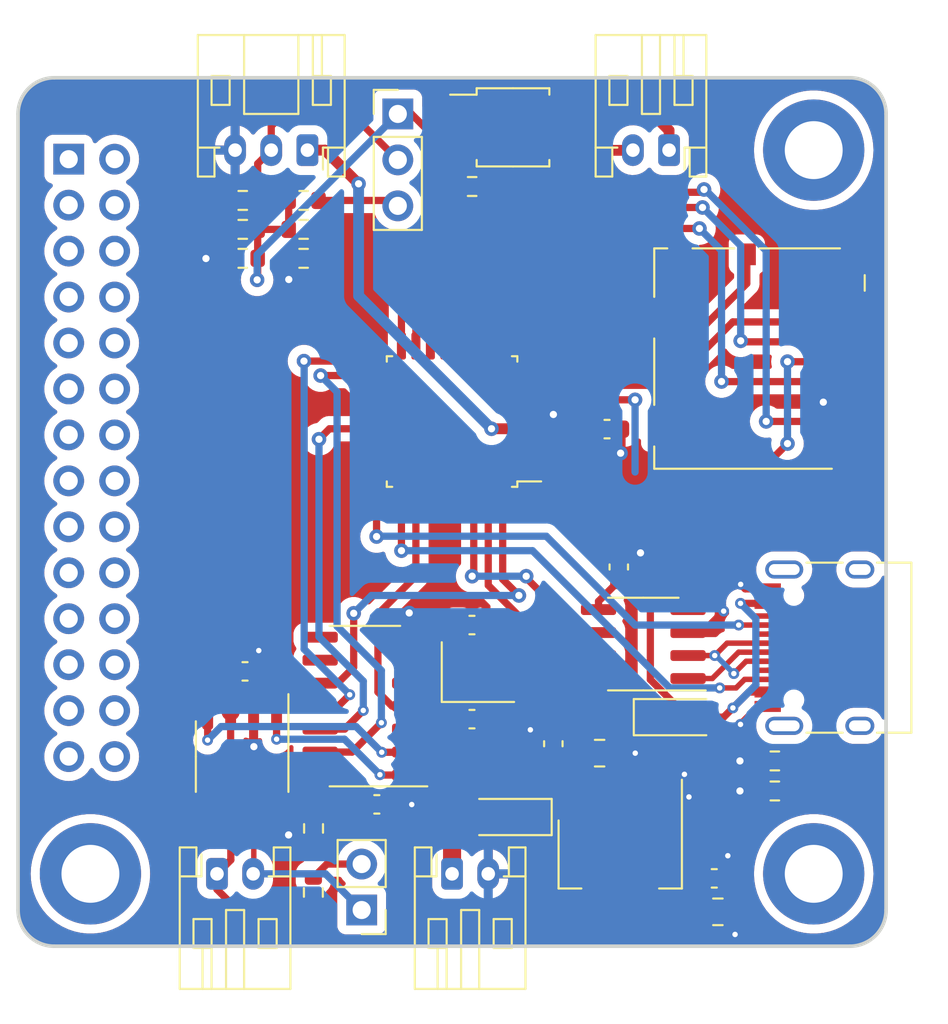
<source format=kicad_pcb>
(kicad_pcb (version 20221018) (generator pcbnew)
  (layers (0 "F.Cu" signal) (31 "B.Cu" signal) (34 "B.Paste" user) (35 "F.Paste" user) (36 "B.SilkS" user "B.Silkscreen") (37 "F.SilkS" user "F.Silkscreen") (38 "B.Mask" user) (39 "F.Mask" user) (44 "Edge.Cuts" user))
  (net 0 "")
  (net 1 "/PC14")
  (net 2 "/PC15")
  (net 3 "+3V3")
  (net 4 "GND")
  (net 5 "/~{NRST}")
  (net 6 "/CanBus/OSC_OUT")
  (net 7 "/CanBus/OSC_IN")
  (net 8 "Net-(D401-A)")
  (net 9 "Net-(J201-Pin_2)")
  (net 10 "VCC")
  (net 11 "VBUS")
  (net 12 "/1JIO/A1_DIV-12V")
  (net 13 "/1JIO/A1_DIV-05V")
  (net 14 "/1JIO/SSR-IN")
  (net 15 "/1JIO/SSR-OUT")
  (net 16 "Net-(U201-Rs)")
  (net 17 "/CAN_+")
  (net 18 "/PB7")
  (net 19 "/CanBus/CAN_TX")
  (net 20 "/CanBus/CAN_RX")
  (net 24 "/PB2")
  (net 25 "/PB8")
  (net 26 "/PA10")
  (net 28 "/PA0")
  (net 29 "/CAN_-")
  (net 30 "/ANA_1")
  (net 31 "Net-(J407-CC1)")
  (net 32 "/1JIO/USB_D+")
  (net 33 "/1JIO/USB_D-")
  (net 34 "/PA13")
  (net 35 "Net-(J407-CC2)")
  (net 36 "/PA14")
  (net 38 "Net-(R401-Pad2)")
  (net 39 "Net-(R405-Pad2)")
  (net 40 "/DO_SSR")
  (net 41 "Net-(R407-Pad2)")
  (net 42 "/I2C1_SDA")
  (net 43 "/PA2")
  (net 44 "/PA3")
  (net 45 "/CAN_CS1")
  (net 46 "/PA5")
  (net 47 "/PA6")
  (net 48 "/PA7")
  (net 49 "/I2C1_SCL")
  (net 50 "/PC6")
  (net 51 "/I2C2_SDA")
  (net 52 "/I2C2_SCL")
  (net 53 "/PA15")
  (net 54 "/PB4")
  (net 55 "/PB6")
  (net 56 "/CanBus/~{INT1}")
  (net 57 "/CanBus/~{INT0}")
  (net 60 "/PA4")
  (net 61 "/PB5")
  (net 62 "/PA1")
  (net 63 "/PB3")
  (footprint "Capacitor_SMD:C_0603_1608Metric" (layer "F.Cu") (at 108.57 95.42)
    (fp_text reference "C101" hide)
    (fp_text value "100n")
  )
  (footprint "Crystal:Crystal_SMD_3225-4Pin_3.2x2.5mm" (layer "F.Cu") (at 101.43 108.85)
    (fp_text reference "Y201" hide)
    (fp_text value "40MHz")
  )
  (footprint "Capacitor_SMD:C_0603_1608Metric" (layer "F.Cu") (at 95.84 116.16)
    (fp_text reference "C201" hide)
    (fp_text value "100n")
  )
  (footprint "Package_SO:SOIC-8_3.9x4.9mm_P1.27mm" (layer "F.Cu") (at 110.575 107.3 180)
    (fp_text reference "U402" hide)
    (fp_text value "CH340N")
  )
  (footprint "Resistor_SMD:R_0603_1608Metric" (layer "F.Cu") (at 117.85 115.42 180)
    (fp_text reference "R409" hide)
    (fp_text value "5.1k")
  )
  (footprint "NVF-Kicad:48x48 Module" (layer "F.Cu") (at 100 100 -90)
    (fp_text reference "REF**" hide)
    (fp_text value "48x48 Module" hide)
    (fp_line (start -24 22) (end -24 -22) (stroke (width 0.2)) (layer "Edge.Cuts"))
    (fp_line (start -22 -24) (end 22 -24) (stroke (width 0.2)) (layer "Edge.Cuts"))
    (fp_line (start 22 24) (end -22 24) (stroke (width 0.2)) (layer "Edge.Cuts"))
    (fp_line (start 24 22) (end 24 -22) (stroke (width 0.2)) (layer "Edge.Cuts"))
    (fp_arc (start -24 -22) (mid -23.414214 -23.414214) (end -22 -24) (stroke (width 0.2)) (layer "Edge.Cuts"))
    (fp_arc (start -22 24) (mid -23.414214 23.414214) (end -24 22) (stroke (width 0.2)) (layer "Edge.Cuts"))
    (fp_arc (start 22 -24) (mid 23.414214 -23.414214) (end 24 -22) (stroke (width 0.2)) (layer "Edge.Cuts"))
    (fp_arc (start 24 22) (mid 23.414214 23.414214) (end 22 24) (stroke (width 0.2)) (layer "Edge.Cuts"))
  )
  (footprint "Resistor_SMD:R_0603_1608Metric" (layer "F.Cu") (at 88.425 85.98)
    (fp_text reference "R403" hide)
    (fp_text value "5.1k")
  )
  (footprint "Diode_SMD:D_SOD-123" (layer "F.Cu") (at 103.15 116.86 180)
    (fp_text reference "D401" hide)
    (fp_text value "B5819W")
  )
  (footprint "Resistor_SMD:R_0603_1608Metric" (layer "F.Cu") (at 88.425 84.38)
    (fp_text reference "R402" hide)
    (fp_text value "5.1k")
  )
  (footprint "Connector_USB:USB_C_Receptacle_HRO_TYPE-C-31-M-12" (layer "F.Cu") (at 121.5 107.5 90)
    (fp_text reference "J407" hide)
    (fp_text value "USB C")
  )
  (footprint "Package_SO:SOIC-14_3.9x8.7mm_P1.27mm" (layer "F.Cu") (at 95.18 110.73 180)
    (fp_text reference "U202" hide)
    (fp_text value "MCP2518FD")
  )
  (footprint "Connector_Card:microSD_HC_Molex_104031-0811" (layer "F.Cu") (at 117 91.5 -90)
    (fp_text reference "J301" hide)
    (fp_text value "GT-TF003-H0185-02")
  )
  (footprint "Connector_JST:JST_PH_S2B-PH-K_1x02_P2.00mm_Horizontal" (layer "F.Cu") (at 87 120)
    (fp_text reference "J402" hide)
    (fp_text value "CAN")
  )
  (footprint "Capacitor_SMD:C_0805_2012Metric" (layer "F.Cu") (at 108.16 113.33)
    (fp_text reference "C102" hide)
    (fp_text value "1uF")
  )
  (footprint "Resistor_SMD:R_0603_1608Metric" (layer "F.Cu") (at 101.11 82.01)
    (fp_text reference "R407" hide)
    (fp_text value "330")
  )
  (footprint "Capacitor_SMD:C_0603_1608Metric" (layer "F.Cu") (at 109.22 103.04 90)
    (fp_text reference "C401" hide)
    (fp_text value "100n")
  )
  (footprint "Resistor_SMD:R_0603_1608Metric" (layer "F.Cu") (at 91.79 84.38 180)
    (fp_text reference "R406" hide)
    (fp_text value "5.1k")
  )
  (footprint "Resistor_SMD:R_0603_1608Metric" (layer "F.Cu") (at 91.79 82.78 180)
    (fp_text reference "R404" hide)
    (fp_text value "5.1k")
  )
  (footprint "Diode_SMD:D_SOD-123" (layer "F.Cu") (at 112.41 111.34)
    (fp_text reference "D402" hide)
    (fp_text value "B5819W")
  )
  (footprint "Resistor_SMD:R_0603_1608Metric" (layer "F.Cu") (at 92.34 117.49 90)
    (fp_text reference "R201" hide)
    (fp_text value "10k")
  )
  (footprint "Capacitor_SMD:C_0603_1608Metric" (layer "F.Cu") (at 101.1 106.25)
    (fp_text reference "C204" hide)
    (fp_text value "10p")
  )
  (footprint "Capacitor_SMD:C_0603_1608Metric" (layer "F.Cu") (at 114.5 120.25)
    (fp_text reference "C105" hide)
    (fp_text value "100n")
  )
  (footprint "Capacitor_SMD:C_0603_1608Metric" (layer "F.Cu") (at 105.6 112.81 90)
    (fp_text reference "C103" hide)
    (fp_text value "100n")
  )
  (footprint "Resistor_SMD:R_0603_1608Metric" (layer "F.Cu") (at 92.33 121.03 -90)
    (fp_text reference "R202" hide)
    (fp_text value "120")
  )
  (footprint "Package_QFP:LQFP-32_7x7mm_P0.8mm" (layer "F.Cu") (at 100 95 180)
    (fp_text reference "U101" hide)
    (fp_text value "STM32G030K6Tx")
  )
  (footprint "Resistor_SMD:R_0603_1608Metric" (layer "F.Cu") (at 88.425 82.78 180)
    (fp_text reference "R401" hide)
    (fp_text value "10k")
  )
  (footprint "Connector_PinHeader_2.54mm:PinHeader_1x02_P2.54mm_Vertical" (layer "F.Cu") (at 95 122 180)
    (fp_text reference "J201" hide)
    (fp_text value "TERM")
  )
  (footprint "Resistor_SMD:R_0603_1608Metric" (layer "F.Cu") (at 117.85 113.76 180)
    (fp_text reference "R408" hide)
    (fp_text value "5.1k")
  )
  (footprint "Connector_PinHeader_2.54mm:PinHeader_1x03_P2.54mm_Vertical" (layer "F.Cu") (at 97 78)
    (fp_text reference "J406" hide)
    (fp_text value "A1-SEL")
  )
  (footprint "Connector_JST:JST_PH_S2B-PH-K_1x02_P2.00mm_Horizontal" (layer "F.Cu") (at 112 80 180)
    (fp_text reference "J401" hide)
    (fp_text value "SSR")
  )
  (footprint "Connector_JST:JST_PH_S3B-PH-K_1x03_P2.00mm_Horizontal" (layer "F.Cu") (at 92 80 180)
    (fp_text reference "J403" hide)
    (fp_text value "ANA")
  )
  (footprint "Capacitor_SMD:C_0805_2012Metric" (layer "F.Cu") (at 114.7 122.1)
    (fp_text reference "C104" hide)
    (fp_text value "1uF")
  )
  (footprint "Resistor_SMD:R_0603_1608Metric" (layer "F.Cu") (at 91.79 85.98)
    (fp_text reference "R405" hide)
    (fp_text value "10k")
  )
  (footprint "Capacitor_SMD:C_0603_1608Metric" (layer "F.Cu") (at 101.1 111.45)
    (fp_text reference "C203" hide)
    (fp_text value "10p")
  )
  (footprint "Connector_JST:JST_PH_S2B-PH-K_1x02_P2.00mm_Horizontal" (layer "F.Cu") (at 100 120)
    (fp_text reference "J404" hide)
    (fp_text value "PWR")
  )
  (footprint "Package_SO:SOIC-8_3.9x4.9mm_P1.27mm" (layer "F.Cu") (at 88.39 113.52 -90)
    (fp_text reference "U201" hide)
    (fp_text value "SN65HVD230")
  )
  (footprint "Package_TO_SOT_SMD:SOT-223-3_TabPin2" (layer "F.Cu") (at 109.3 118.9 -90)
    (fp_text reference "U102" hide)
    (fp_text value "AMS1117-3.3")
  )
  (footprint "Package_SO:SOP-4_3.8x4.1mm_P2.54mm" (layer "F.Cu") (at 103.37 78.74)
    (fp_text reference "U401" hide)
    (fp_text value "KAQY214")
  )
  (footprint "Capacitor_SMD:C_0603_1608Metric" (layer "F.Cu") (at 88.55 108.81)
    (fp_text reference "C202" hide)
    (fp_text value "100n")
  )
  (segment (start 92 80) (end 92.97 80) (width 0.6) (layer "F.Cu") (net 3))
  (segment (start 87.755 113.195) (end 89.1 114.54) (width 0.4) (layer "F.Cu") (net 3))
  (segment (start 87.755 111.045) (end 87.755 113.195) (width 0.4) (layer "F.Cu") (net 3))
  (segment (start 110.965 109.265) (end 110.965 103.805) (width 0.4) (layer "F.Cu") (net 3))
  (segment (start 97.14 120.83) (end 98.36 122.05) (width 0.4) (layer "F.Cu") (net 3))
  (segment (start 112.35 110.65) (end 110.965 109.265) (width 0.4) (layer "F.Cu") (net 3))
  (segment (start 117.295 97.475) (end 110.965 103.805) (width 0.4) (layer "F.Cu") (net 3))
  (segment (start 104.195 95.42) (end 104.175 95.4) (width 0.4) (layer "F.Cu") (net 3))
  (segment (start 89.1 114.54) (end 92.705 114.54) (width 0.4) (layer "F.Cu") (net 3))
  (segment (start 95.065 117.015) (end 97.14 119.09) (width 0.4) (layer "F.Cu") (net 3))
  (segment (start 98.36 122.05) (end 109.3 122.05) (width 0.4) (layer "F.Cu") (net 3))
  (segment (start 109.23 103.805) (end 109.22 103.815) (width 0.4) (layer "F.Cu") (net 3))
  (segment (start 102.18 95.4) (end 104.175 95.4) (width 0.6) (layer "F.Cu") (net 3))
  (segment (start 87.755 111.045) (end 87.755 108.83) (width 1) (layer "F.Cu") (net 3))
  (segment (start 118.55 96.22) (end 117.295 97.475) (width 0.4) (layer "F.Cu") (net 3))
  (segment (start 87.755 108.83) (end 87.775 108.81) (width 1) (layer "F.Cu") (net 3))
  (segment (start 107.795 95.42) (end 104.195 95.42) (width 0.4) (layer "F.Cu") (net 3))
  (segment (start 112.35 112.33) (end 112.35 110.65) (width 0.4) (layer "F.Cu") (net 3))
  (segment (start 95.065 116.16) (end 95.065 117.015) (width 0.4) (layer "F.Cu") (net 3))
  (segment (start 107.795 102.39) (end 109.22 103.815) (width 0.4) (layer "F.Cu") (net 3))
  (segment (start 108.1 104.935) (end 109.22 103.815) (width 0.4) (layer "F.Cu") (net 3))
  (segment (start 108.1 105.395) (end 108.1 104.935) (width 0.4) (layer "F.Cu") (net 3))
  (segment (start 107.795 95.42) (end 107.795 102.39) (width 0.4) (layer "F.Cu") (net 3))
  (segment (start 97.14 119.09) (end 97.14 120.83) (width 0.4) (layer "F.Cu") (net 3))
  (segment (start 92.705 114.54) (end 94.33 114.54) (width 0.4) (layer "F.Cu") (net 3))
  (segment (start 94.33 114.54) (end 95.065 115.275) (width 0.4) (layer "F.Cu") (net 3))
  (segment (start 95.065 115.275) (end 95.065 116.16) (width 0.4) (layer "F.Cu") (net 3))
  (segment (start 110.965 103.805) (end 109.23 103.805) (width 0.4) (layer "F.Cu") (net 3))
  (segment (start 118.555 91.695) (end 122.45 91.695) (width 0.4) (layer "F.Cu") (net 3))
  (segment (start 109.3 115.75) (end 109.3 115.38) (width 0.4) (layer "F.Cu") (net 3))
  (segment (start 109.3 115.38) (end 112.35 112.33) (width 0.4) (layer "F.Cu") (net 3))
  (segment (start 92.97 80) (end 94.83 81.86) (width 0.6) (layer "F.Cu") (net 3))
  (segment (start 118.55 91.69) (end 118.555 91.695) (width 0.4) (layer "F.Cu") (net 3))
  (via (at 94.83 81.86) (size 0.8) (drill 0.4) (layers "F.Cu" "B.Cu") (net 3))
  (via (at 118.55 91.69) (size 0.8) (drill 0.4) (layers "F.Cu" "B.Cu") (net 3))
  (via (at 118.55 96.22) (size 0.8) (drill 0.4) (layers "F.Cu" "B.Cu") (net 3))
  (via (at 102.18 95.4) (size 0.8) (drill 0.4) (layers "F.Cu" "B.Cu") (net 3))
  (segment (start 94.83 81.86) (end 94.83 88.05) (width 0.6) (layer "B.Cu") (net 3))
  (segment (start 118.55 91.69) (end 118.55 96.22) (width 0.4) (layer "B.Cu") (net 3))
  (segment (start 94.83 88.05) (end 102.18 95.4) (width 0.6) (layer "B.Cu") (net 3))
  (segment (start 96.615 116.16) (end 97.76 116.16) (width 0.4) (layer "F.Cu") (net 4))
  (segment (start 89.325 108.81) (end 89.325 107.675) (width 0.4) (layer "F.Cu") (net 4))
  (segment (start 104.33 112.04) (end 105.595 112.04) (width 0.4) (layer "F.Cu") (net 4))
  (segment (start 89.025 111.045) (end 89.025 109.11) (width 0.4) (layer "F.Cu") (net 4))
  (segment (start 105.595 112.04) (end 105.6 112.035) (width 0.4) (layer "F.Cu") (net 4))
  (segment (start 109.345 95.42) (end 109.345 96.7255) (width 0.4) (layer "F.Cu") (net 4))
  (segment (start 113.835 106.665) (end 115.02 105.48) (width 0.4) (layer "F.Cu") (net 4))
  (segment (start 90.965 85.98) (end 90.965 87.145) (width 0.4) (layer "F.Cu") (net 4))
  (segment (start 105.59188 94.6) (end 104.175 94.6) (width 0.4) (layer "F.Cu") (net 4))
  (segment (start 86.4 85.98) (end 86.39 85.99) (width 0.4) (layer "F.Cu") (net 4))
  (segment (start 115.275 119.025) (end 115.25 119) (width 0.4) (layer "F.Cu") (net 4))
  (segment (start 117.025 115.42) (end 115.92 115.42) (width 0.4) (layer "F.Cu") (net 4))
  (segment (start 115.65 122.1) (end 115.65 123.35) (width 0.4) (layer "F.Cu") (net 4))
  (segment (start 92.34 118.315) (end 91.425 118.315) (width 0.4) (layer "F.Cu") (net 4))
  (segment (start 116.94 110.75) (end 115.95 111.74) (width 0.4) (layer "F.Cu") (net 4))
  (segment (start 90.965 87.145) (end 90.97 87.15) (width 0.4) (layer "F.Cu") (net 4))
  (segment (start 111.6 115.75) (end 113.1 115.75) (width 0.4) (layer "F.Cu") (net 4))
  (segment (start 91.425 118.315) (end 90.96 117.85) (width 0.4) (layer "F.Cu") (net 4))
  (segment (start 89.025 112.955) (end 89.04 112.97) (width 0.4) (layer "F.Cu") (net 4))
  (segment (start 117.455 104.25) (end 116.21 104.25) (width 0.4) (layer "F.Cu") (net 4))
  (segment (start 110.13 113.33) (end 109.11 113.33) (width 0.4) (layer "F.Cu") (net 4))
  (segment (start 89.025 111.045) (end 89.025 112.955) (width 0.4) (layer "F.Cu") (net 4))
  (segment (start 97.76 116.16) (end 97.77 116.17) (width 0.4) (layer "F.Cu") (net 4))
  (segment (start 116.21 104.25) (end 115.96 104) (width 0.4) (layer "F.Cu") (net 4))
  (segment (start 111.6 115.75) (end 112.85 114.5) (width 0.4) (layer "F.Cu") (net 4))
  (segment (start 122.45 93.895) (end 120.565 93.895) (width 0.4) (layer "F.Cu") (net 4))
  (segment (start 115.92 113.76) (end 117.025 113.76) (width 0.4) (layer "F.Cu") (net 4))
  (segment (start 109.22 102.265) (end 110.415 102.265) (width 0.4) (layer "F.Cu") (net 4))
  (segment (start 115.65 120.625) (end 115.275 120.25) (width 1) (layer "F.Cu") (net 4))
  (segment (start 97.655 106.92) (end 97.655 105.605) (width 0.4) (layer "F.Cu") (net 4))
  (segment (start 120.565 93.895) (end 120.53 93.93) (width 0.4) (layer "F.Cu") (net 4))
  (segment (start 113.05 106.665) (end 113.835 106.665) (width 0.4) (layer "F.Cu") (net 4))
  (segment (start 87.6 85.98) (end 86.4 85.98) (width 0.4) (layer "F.Cu") (net 4))
  (segment (start 89.325 107.675) (end 89.31 107.66) (width 0.4) (layer "F.Cu") (net 4))
  (segment (start 97.655 105.605) (end 97.63 105.58) (width 0.4) (layer "F.Cu") (net 4))
  (segment (start 115.65 122.1) (end 115.65 120.625) (width 1) (layer "F.Cu") (net 4))
  (segment (start 110.415 102.265) (end 110.42 102.26) (width 0.4) (layer "F.Cu") (net 4))
  (segment (start 109.345 96.7255) (end 109.3205 96.75) (width 0.4) (layer "F.Cu") (net 4))
  (segment (start 105.60238 94.6105) (end 105.59188 94.6) (width 0.4) (layer "F.Cu") (net 4))
  (segment (start 115.275 120.25) (end 115.275 119.025) (width 0.4) (layer "F.Cu") (net 4))
  (segment (start 117.455 110.75) (end 116.94 110.75) (width 0.4) (layer "F.Cu") (net 4))
  (segment (start 89.025 109.11) (end 89.325 108.81) (width 0.4) (layer "F.Cu") (net 4))
  (via (at 115.92 113.76) (size 0.8) (drill 0.4) (layers "F.Cu" "B.Cu") (net 4))
  (via (at 112.85 114.5) (size 0.6) (drill 0.3) (layers "F.Cu" "B.Cu") (net 4))
  (via (at 115.95 111.74) (size 0.6) (drill 0.3) (layers "F.Cu" "B.Cu") (net 4))
  (via (at 97.63 105.58) (size 0.8) (drill 0.4) (layers "F.Cu" "B.Cu") (net 4))
  (via (at 104.33 112.04) (size 0.6) (drill 0.3) (layers "F.Cu" "B.Cu") (net 4))
  (via (at 90.96 117.85) (size 0.8) (drill 0.4) (layers "F.Cu" "B.Cu") (net 4))
  (via (at 89.04 112.97) (size 0.8) (drill 0.4) (layers "F.Cu" "B.Cu") (net 4))
  (via (at 110.13 113.33) (size 0.6) (drill 0.3) (layers "F.Cu" "B.Cu") (net 4))
  (via (at 105.60238 94.6105) (size 0.8) (drill 0.4) (layers "F.Cu" "B.Cu") (net 4))
  (via (at 120.53 93.93) (size 0.8) (drill 0.4) (layers "F.Cu" "B.Cu") (net 4))
  (via (at 115.02 105.48) (size 0.6) (drill 0.3) (layers "F.Cu" "B.Cu") (net 4))
  (via (at 110.42 102.26) (size 0.8) (drill 0.4) (layers "F.Cu" "B.Cu") (net 4))
  (via (at 113.1 115.75) (size 0.6) (drill 0.3) (layers "F.Cu" "B.Cu") (net 4))
  (via (at 86.39 85.99) (size 0.8) (drill 0.4) (layers "F.Cu" "B.Cu") (net 4))
  (via (at 115.92 115.42) (size 0.8) (drill 0.4) (layers "F.Cu" "B.Cu") (net 4))
  (via (at 115.65 123.35) (size 0.6) (drill 0.3) (layers "F.Cu" "B.Cu") (net 4))
  (via (at 90.97 87.15) (size 0.8) (drill 0.4) (layers "F.Cu" "B.Cu") (net 4))
  (via (at 97.77 116.17) (size 0.6) (drill 0.3) (layers "F.Cu" "B.Cu") (net 4))
  (via (at 115.25 119) (size 0.6) (drill 0.3) (layers "F.Cu" "B.Cu") (net 4))
  (via (at 109.3205 96.75) (size 0.8) (drill 0.4) (layers "F.Cu" "B.Cu") (net 4))
  (via (at 89.31 107.66) (size 0.6) (drill 0.3) (layers "F.Cu" "B.Cu") (net 4))
  (via (at 115.96 104) (size 0.6) (drill 0.3) (layers "F.Cu" "B.Cu") (net 4))
  (segment (start 110.12 93.7995) (end 110.1195 93.8) (width 0.4) (layer "F.Cu") (net 5))
  (segment (start 110.1195 93.8) (end 104.175 93.8) (width 0.4) (layer "F.Cu") (net 5))
  (via (at 110.12 93.7995) (size 0.8) (drill 0.4) (layers "F.Cu" "B.Cu") (net 5))
  (segment (start 110.12 93.7995) (end 110.12 97.79) (width 0.4) (layer "B.Cu") (net 5))
  (segment (start 100.325 111.45) (end 100.325 109.705) (width 0.4) (layer "F.Cu") (net 6))
  (segment (start 100.09 109.46) (end 100.33 109.7) (width 0.4) (layer "F.Cu") (net 6))
  (segment (start 97.655 109.46) (end 100.09 109.46) (width 0.4) (layer "F.Cu") (net 6))
  (segment (start 100.325 109.705) (end 100.33 109.7) (width 0.4) (layer "F.Cu") (net 6))
  (segment (start 100.33 106.255) (end 100.325 106.25) (width 0.4) (layer "F.Cu") (net 7))
  (segment (start 100.14 108.19) (end 100.33 108) (width 0.4) (layer "F.Cu") (net 7))
  (segment (start 97.655 108.19) (end 100.14 108.19) (width 0.4) (layer "F.Cu") (net 7))
  (segment (start 100.33 108) (end 100.33 106.255) (width 0.4) (layer "F.Cu") (net 7))
  (segment (start 100 120) (end 100 118.36) (width 1) (layer "F.Cu") (net 8))
  (segment (start 100 118.36) (end 101.5 116.86) (width 1) (layer "F.Cu") (net 8))
  (segment (start 93.075 119.46) (end 92.33 120.205) (width 0.4) (layer "F.Cu") (net 9))
  (segment (start 95 119.46) (end 93.075 119.46) (width 0.4) (layer "F.Cu") (net 9))
  (segment (start 105.89 116.86) (end 107 115.75) (width 1) (layer "F.Cu") (net 10))
  (segment (start 110.76 111.34) (end 107.96 111.34) (width 1) (layer "F.Cu") (net 10))
  (segment (start 107.21 112.09) (end 107.21 113.33) (width 1) (layer "F.Cu") (net 10))
  (segment (start 107.96 111.34) (end 107.21 112.09) (width 1) (layer "F.Cu") (net 10))
  (segment (start 104.8 116.86) (end 105.89 116.86) (width 1) (layer "F.Cu") (net 10))
  (segment (start 117.455 109.95) (end 116.41 109.95) (width 0.4) (layer "F.Cu") (net 11))
  (segment (start 115.02 111.34) (end 115.53 110.83) (width 0.4) (layer "F.Cu") (net 11))
  (segment (start 114.06 111.34) (end 115.02 111.34) (width 0.4) (layer "F.Cu") (net 11))
  (segment (start 117.455 105.05) (end 115.95 105.05) (width 0.4) (layer "F.Cu") (net 11))
  (segment (start 116.41 109.95) (end 115.53 110.83) (width 0.4) (layer "F.Cu") (net 11))
  (via (at 115.53 110.83) (size 0.6) (drill 0.3) (layers "F.Cu" "B.Cu") (net 11))
  (via (at 115.95 105.05) (size 0.6) (drill 0.3) (layers "F.Cu" "B.Cu") (net 11))
  (segment (start 115.53 110.83) (end 116.8 109.56) (width 0.4) (layer "B.Cu") (net 11))
  (segment (start 116.8 109.56) (end 116.8 105.9) (width 0.4) (layer "B.Cu") (net 11))
  (segment (start 116.8 105.9) (end 115.95 105.05) (width 0.4) (layer "B.Cu") (net 11))
  (segment (start 89.25 80.75) (end 90 80) (width 0.4) (layer "F.Cu") (net 12))
  (segment (start 90 80) (end 90 78.67) (width 0.4) (layer "F.Cu") (net 12))
  (segment (start 94.32 77.86) (end 97 80.54) (width 0.4) (layer "F.Cu") (net 12))
  (segment (start 90.81 77.86) (end 94.32 77.86) (width 0.4) (layer "F.Cu") (net 12))
  (segment (start 90 78.67) (end 90.81 77.86) (width 0.4) (layer "F.Cu") (net 12))
  (segment (start 89.25 82.78) (end 89.25 80.75) (width 0.4) (layer "F.Cu") (net 12))
  (segment (start 92.615 82.78) (end 96.7 82.78) (width 0.4) (layer "F.Cu") (net 13))
  (segment (start 96.7 82.78) (end 97 83.08) (width 0.4) (layer "F.Cu") (net 13))
  (segment (start 106.12 77.47) (end 110.56 77.47) (width 0.6) (layer "F.Cu") (net 14))
  (segment (start 112 78.91) (end 112 80) (width 0.6) (layer "F.Cu") (net 14))
  (segment (start 110.56 77.47) (end 112 78.91) (width 0.6) (layer "F.Cu") (net 14))
  (segment (start 106.12 80.01) (end 109.99 80.01) (width 0.6) (layer "F.Cu") (net 15))
  (segment (start 109.99 80.01) (end 110 80) (width 0.6) (layer "F.Cu") (net 15))
  (segment (start 91.085 116.665) (end 92.34 116.665) (width 0.4) (layer "F.Cu") (net 16))
  (segment (start 90.415 115.995) (end 91.085 116.665) (width 0.4) (layer "F.Cu") (net 16))
  (segment (start 90.295 115.995) (end 90.415 115.995) (width 0.4) (layer "F.Cu") (net 16))
  (segment (start 89.035 119.385) (end 89.2 119.55) (width 0.3) (layer "F.Cu") (net 17))
  (segment (start 89.035 116.005) (end 89.035 119.385) (width 0.3) (layer "F.Cu") (net 17))
  (segment (start 89.025 115.995) (end 89.035 116.005) (width 0.3) (layer "F.Cu") (net 17))
  (segment (start 89 120) (end 93 120) (width 0.4) (layer "B.Cu") (net 17))
  (segment (start 93 120) (end 95 122) (width 0.4) (layer "B.Cu") (net 17))
  (segment (start 102 99.175) (end 102 104.05) (width 0.4) (layer "F.Cu") (net 18))
  (segment (start 102 104.05) (end 105.885 107.935) (width 0.4) (layer "F.Cu") (net 18))
  (segment (start 105.885 107.935) (end 108.1 107.935) (width 0.4) (layer "F.Cu") (net 18))
  (segment (start 97.655 114.54) (end 96.03 114.54) (width 0.4) (layer "F.Cu") (net 19))
  (segment (start 96.03 114.54) (end 96.01 114.52) (width 0.4) (layer "F.Cu") (net 19))
  (segment (start 90.295 112.5595) (end 90.295 111.045) (width 0.4) (layer "F.Cu") (net 19))
  (via (at 90.295 112.5595) (size 0.6) (drill 0.3) (layers "F.Cu" "B.Cu") (net 19))
  (via (at 96.01 114.52) (size 0.6) (drill 0.3) (layers "F.Cu" "B.Cu") (net 19))
  (segment (start 90.295 112.5595) (end 90.2955 112.56) (width 0.4) (layer "B.Cu") (net 19))
  (segment (start 90.2955 112.56) (end 94.05 112.56) (width 0.4) (layer "B.Cu") (net 19))
  (segment (start 94.05 112.56) (end 96.01 114.52) (width 0.4) (layer "B.Cu") (net 19))
  (segment (start 97.645 113.28) (end 97.655 113.27) (width 0.4) (layer "F.Cu") (net 20))
  (segment (start 86.485 111.045) (end 86.485 112.605) (width 0.4) (layer "F.Cu") (net 20))
  (segment (start 96.11 113.28) (end 97.645 113.28) (width 0.4) (layer "F.Cu") (net 20))
  (segment (start 86.485 112.605) (end 86.48 112.61) (width 0.4) (layer "F.Cu") (net 20))
  (via (at 96.11 113.28) (size 0.6) (drill 0.3) (layers "F.Cu" "B.Cu") (net 20))
  (via (at 86.48 112.61) (size 0.6) (drill 0.3) (layers "F.Cu" "B.Cu") (net 20))
  (segment (start 87.23 111.86) (end 94.69 111.86) (width 0.4) (layer "B.Cu") (net 20))
  (segment (start 94.69 111.86) (end 96.11 113.28) (width 0.4) (layer "B.Cu") (net 20))
  (segment (start 86.48 112.61) (end 87.23 111.86) (width 0.4) (layer "B.Cu") (net 20))
  (segment (start 94.43 91.66) (end 94.97 92.2) (width 0.4) (layer "F.Cu") (net 24))
  (segment (start 91.81 91.66) (end 94.43 91.66) (width 0.4) (layer "F.Cu") (net 24))
  (segment (start 94.97 92.2) (end 95.825 92.2) (width 0.4) (layer "F.Cu") (net 24))
  (segment (start 92.705 110.73) (end 93.71 110.73) (width 0.4) (layer "F.Cu") (net 24))
  (segment (start 93.71 110.73) (end 94.34 110.1) (width 0.4) (layer "F.Cu") (net 24))
  (via (at 94.34 110.1) (size 0.6) (drill 0.3) (layers "F.Cu" "B.Cu") (net 24))
  (via (at 91.81 91.66) (size 0.8) (drill 0.4) (layers "F.Cu" "B.Cu") (net 24))
  (segment (start 91.82 91.67) (end 91.82 107.58) (width 0.4) (layer "B.Cu") (net 24))
  (segment (start 91.81 91.66) (end 91.82 91.67) (width 0.4) (layer "B.Cu") (net 24))
  (segment (start 91.82 107.58) (end 94.34 110.1) (width 0.4) (layer "B.Cu") (net 24))
  (segment (start 93.679999 109.46) (end 92.705 109.46) (width 0.4) (layer "F.Cu") (net 25))
  (segment (start 103.695332 104.614668) (end 102.8 103.719336) (width 0.4) (layer "F.Cu") (net 25))
  (segment (start 94.56 105.6) (end 94.56 108.579999) (width 0.4) (layer "F.Cu") (net 25))
  (segment (start 102.8 103.719336) (end 102.8 99.175) (width 0.4) (layer "F.Cu") (net 25))
  (segment (start 94.56 108.579999) (end 93.679999 109.46) (width 0.4) (layer "F.Cu") (net 25))
  (via (at 103.695332 104.614668) (size 0.8) (drill 0.4) (layers "F.Cu" "B.Cu") (net 25))
  (via (at 94.56 105.6) (size 0.8) (drill 0.4) (layers "F.Cu" "B.Cu") (net 25))
  (segment (start 95.545332 104.614668) (end 103.695332 104.614668) (width 0.4) (layer "B.Cu") (net 25))
  (segment (start 94.56 105.6) (end 95.545332 104.614668) (width 0.4) (layer "B.Cu") (net 25))
  (segment (start 93.22 95.4) (end 95.825 95.4) (width 0.4) (layer "F.Cu") (net 26))
  (segment (start 92.64 95.98) (end 93.22 95.4) (width 0.4) (layer "F.Cu") (net 26))
  (segment (start 94.06 112) (end 92.705 112) (width 0.4) (layer "F.Cu") (net 26))
  (segment (start 95.09 110.97) (end 94.06 112) (width 0.4) (layer "F.Cu") (net 26))
  (via (at 95.09 110.97) (size 0.6) (drill 0.3) (layers "F.Cu" "B.Cu") (net 26))
  (via (at 92.64 95.98) (size 0.8) (drill 0.4) (layers "F.Cu" "B.Cu") (net 26))
  (segment (start 95.09 109.35) (end 95.09 110.97) (width 0.4) (layer "B.Cu") (net 26))
  (segment (start 92.64 95.98) (end 92.64 106.9) (width 0.4) (layer "B.Cu") (net 26))
  (segment (start 92.64 106.9) (end 95.09 109.35) (width 0.4) (layer "B.Cu") (net 26))
  (segment (start 115.525 89.495) (end 112.02 93) (width 0.4) (layer "F.Cu") (net 28))
  (segment (start 122.45 89.495) (end 115.525 89.495) (width 0.4) (layer "F.Cu") (net 28))
  (segment (start 112.02 93) (end 104.175 93) (width 0.4) (layer "F.Cu") (net 28))
  (segment (start 87.765 119.235) (end 87 120) (width 0.4) (layer "F.Cu") (net 29))
  (segment (start 87.995 121.855) (end 87 120.86) (width 0.4) (layer "F.Cu") (net 29))
  (segment (start 87 120.86) (end 87 120) (width 0.4) (layer "F.Cu") (net 29))
  (segment (start 92.33 121.855) (end 87.995 121.855) (width 0.4) (layer "F.Cu") (net 29))
  (segment (start 87.765 116.005) (end 87.765 119.235) (width 0.4) (layer "F.Cu") (net 29))
  (segment (start 87.755 115.995) (end 87.765 116.005) (width 0.4) (layer "F.Cu") (net 29))
  (segment (start 90.965 82.78) (end 90.965 84.38) (width 0.4) (layer "F.Cu") (net 30))
  (segment (start 97.75 78) (end 97 78) (width 0.4) (layer "F.Cu") (net 30))
  (segment (start 97.2 85.95) (end 99.02 84.13) (width 0.4) (layer "F.Cu") (net 30))
  (segment (start 90.965 84.38) (end 89.25 84.38) (width 0.4) (layer "F.Cu") (net 30))
  (segment (start 99.02 84.13) (end 99.02 79.27) (width 0.4) (layer "F.Cu") (net 30))
  (segment (start 97.2 90.825) (end 97.2 85.95) (width 0.4) (layer "F.Cu") (net 30))
  (segment (start 89.25 87.14) (end 89.22 87.17) (width 0.4) (layer "F.Cu") (net 30))
  (segment (start 99.02 79.27) (end 97.75 78) (width 0.4) (layer "F.Cu") (net 30))
  (segment (start 89.25 85.98) (end 89.25 87.14) (width 0.4) (layer "F.Cu") (net 30))
  (segment (start 89.25 84.38) (end 89.25 85.98) (width 0.4) (layer "F.Cu") (net 30))
  (via (at 89.22 87.17) (size 0.8) (drill 0.4) (layers "F.Cu" "B.Cu") (net 30))
  (segment (start 89.22 87.17) (end 89.22 85.78) (width 0.4) (layer "B.Cu") (net 30))
  (segment (start 89.22 85.78) (end 97 78) (width 0.4) (layer "B.Cu") (net 30))
  (segment (start 120.25 112.76) (end 120.25 109.91) (width 0.3) (layer "F.Cu") (net 31))
  (segment (start 119.25 113.76) (end 120.25 112.76) (width 0.3) (layer "F.Cu") (net 31))
  (segment (start 119.09 108.75) (end 117.455 108.75) (width 0.3) (layer "F.Cu") (net 31))
  (segment (start 118.675 113.76) (end 119.25 113.76) (width 0.3) (layer "F.Cu") (net 31))
  (segment (start 120.25 109.91) (end 119.09 108.75) (width 0.3) (layer "F.Cu") (net 31))
  (segment (start 118.725 107.025) (end 118.725 107.45) (width 0.3) (layer "F.Cu") (net 32))
  (segment (start 118.425 107.75) (end 117.455 107.75) (width 0.3) (layer "F.Cu") (net 32))
  (segment (start 114.389239 109.205) (end 115.844239 107.75) (width 0.3) (layer "F.Cu") (net 32))
  (segment (start 117.455 106.75) (end 118.45 106.75) (width 0.3) (layer "F.Cu") (net 32))
  (segment (start 115.844239 107.75) (end 117.455 107.75) (width 0.3) (layer "F.Cu") (net 32))
  (segment (start 118.45 106.75) (end 118.725 107.025) (width 0.3) (layer "F.Cu") (net 32))
  (segment (start 113.05 109.205) (end 114.389239 109.205) (width 0.3) (layer "F.Cu") (net 32))
  (segment (start 118.725 107.45) (end 118.425 107.75) (width 0.3) (layer "F.Cu") (net 32))
  (segment (start 116.262772 108.25) (end 117.455 108.25) (width 0.3) (layer "F.Cu") (net 33))
  (segment (start 117.455 107.25) (end 115.21 107.25) (width 0.3) (layer "F.Cu") (net 33))
  (segment (start 115.581386 108.931386) (end 116.262772 108.25) (width 0.3) (layer "F.Cu") (net 33))
  (segment (start 115.21 107.25) (end 114.525 107.935) (width 0.3) (layer "F.Cu") (net 33))
  (segment (start 114.525 107.935) (end 113.05 107.935) (width 0.3) (layer "F.Cu") (net 33))
  (via (at 114.525 107.935) (size 0.6) (drill 0.3) (layers "F.Cu" "B.Cu") (net 33))
  (via (at 115.581386 108.931386) (size 0.6) (drill 0.3) (layers "F.Cu" "B.Cu") (net 33))
  (segment (start 114.585 107.935) (end 115.581386 108.931386) (width 0.3) (layer "B.Cu") (net 33))
  (segment (start 114.525 107.935) (end 114.585 107.935) (width 0.3) (layer "B.Cu") (net 33))
  (segment (start 95.825 101.36) (end 95.825 97.8) (width 0.4) (layer "F.Cu") (net 34))
  (segment (start 115.85 106.25) (end 117.455 106.25) (width 0.3) (layer "F.Cu") (net 34))
  (via (at 115.85 106.25) (size 0.6) (drill 0.3) (layers "F.Cu" "B.Cu") (net 34))
  (via (at 95.825 101.36) (size 0.8) (drill 0.4) (layers "F.Cu" "B.Cu") (net 34))
  (segment (start 115.85 106.25) (end 115.84 106.26) (width 0.3) (layer "B.Cu") (net 34))
  (segment (start 110.12 106.25) (end 115.85 106.25) (width 0.4) (layer "B.Cu") (net 34))
  (segment (start 95.825 101.36) (end 95.845 101.34) (width 0.4) (layer "B.Cu") (net 34))
  (segment (start 95.845 101.34) (end 105.21 101.34) (width 0.4) (layer "B.Cu") (net 34))
  (segment (start 105.21 101.34) (end 110.12 106.25) (width 0.4) (layer "B.Cu") (net 34))
  (segment (start 118.53 105.75) (end 117.455 105.75) (width 0.3) (layer "F.Cu") (net 35))
  (segment (start 120.9 108.12) (end 120.9 113.195) (width 0.3) (layer "F.Cu") (net 35))
  (segment (start 120.9 113.195) (end 118.675 115.42) (width 0.3) (layer "F.Cu") (net 35))
  (segment (start 118.53 105.75) (end 120.9 108.12) (width 0.3) (layer "F.Cu") (net 35))
  (segment (start 117.455 109.25) (end 116.182011 109.25) (width 0.3) (layer "F.Cu") (net 36))
  (segment (start 97.2 102.1395) (end 97.2005 102.14) (width 0.4) (layer "F.Cu") (net 36))
  (segment (start 115.707011 109.725) (end 114.8 109.725) (width 0.3) (layer "F.Cu") (net 36))
  (segment (start 97.2 99.175) (end 97.2 102.1395) (width 0.4) (layer "F.Cu") (net 36))
  (segment (start 116.182011 109.25) (end 115.707011 109.725) (width 0.3) (layer "F.Cu") (net 36))
  (via (at 114.8 109.725) (size 0.6) (drill 0.3) (layers "F.Cu" "B.Cu") (net 36))
  (via (at 97.2005 102.14) (size 0.8) (drill 0.4) (layers "F.Cu" "B.Cu") (net 36))
  (segment (start 104.45 102.14) (end 97.2005 102.14) (width 0.4) (layer "B.Cu") (net 36))
  (segment (start 114.8 109.725) (end 112.035 109.725) (width 0.4) (layer "B.Cu") (net 36))
  (segment (start 112.035 109.725) (end 104.45 102.14) (width 0.4) (layer "B.Cu") (net 36))
  (segment (start 87.6 82.78) (end 87.6 84.38) (width 0.4) (layer "F.Cu") (net 38))
  (segment (start 92.615 85.98) (end 92.615 84.38) (width 0.4) (layer "F.Cu") (net 39))
  (segment (start 100.285 84.285) (end 98 86.57) (width 0.4) (layer "F.Cu") (net 40))
  (segment (start 100.285 82.01) (end 100.285 84.285) (width 0.4) (layer "F.Cu") (net 40))
  (segment (start 98 86.57) (end 98 90.825) (width 0.4) (layer "F.Cu") (net 40))
  (segment (start 101.41 77.47) (end 100.62 77.47) (width 0.4) (layer "F.Cu") (net 41))
  (segment (start 101.935 77.995) (end 101.41 77.47) (width 0.4) (layer "F.Cu") (net 41))
  (segment (start 101.935 82.01) (end 101.935 77.995) (width 0.4) (layer "F.Cu") (net 41))
  (segment (start 92.73036 92.4595) (end 94.380972 92.4595) (width 0.4) (layer "F.Cu") (net 45))
  (segment (start 96.09 111.65) (end 94.47 113.27) (width 0.4) (layer "F.Cu") (net 45))
  (segment (start 94.380972 92.4595) (end 94.921472 93) (width 0.4) (layer "F.Cu") (net 45))
  (segment (start 94.47 113.27) (end 92.705 113.27) (width 0.4) (layer "F.Cu") (net 45))
  (segment (start 94.921472 93) (end 95.825 93) (width 0.4) (layer "F.Cu") (net 45))
  (via (at 92.73036 92.4595) (size 0.8) (drill 0.4) (layers "F.Cu" "B.Cu") (net 45))
  (via (at 96.09 111.65) (size 0.6) (drill 0.3) (layers "F.Cu" "B.Cu") (net 45))
  (segment (start 92.73036 92.4595) (end 93.64 93.36914) (width 0.4) (layer "B.Cu") (net 45))
  (segment (start 93.64 106.31) (end 96.09 108.76) (width 0.4) (layer "B.Cu") (net 45))
  (segment (start 93.64 93.36914) (end 93.64 106.31) (width 0.4) (layer "B.Cu") (net 45))
  (segment (start 96.09 108.76) (end 96.09 111.65) (width 0.4) (layer "B.Cu") (net 45))
  (segment (start 109.56 85.6) (end 102.94 85.6) (width 0.4) (layer "F.Cu") (net 46))
  (segment (start 114.905 92.795) (end 114.9 92.79) (width 0.4) (layer "F.Cu") (net 46))
  (segment (start 110.83 84.33) (end 109.56 85.6) (width 0.4) (layer "F.Cu") (net 46))
  (segment (start 100.4 88.14) (end 100.4 90.825) (width 0.4) (layer "F.Cu") (net 46))
  (segment (start 102.94 85.6) (end 100.4 88.14) (width 0.4) (layer "F.Cu") (net 46))
  (segment (start 122.45 92.795) (end 114.905 92.795) (width 0.4) (layer "F.Cu") (net 46))
  (segment (start 113.68 84.33) (end 110.83 84.33) (width 0.4) (layer "F.Cu") (net 46))
  (via (at 114.9 92.79) (size 0.8) (drill 0.4) (layers "F.Cu" "B.Cu") (net 46))
  (via (at 113.68 84.33) (size 0.8) (drill 0.4) (layers "F.Cu" "B.Cu") (net 46))
  (segment (start 113.68 84.33) (end 114.9 85.55) (width 0.4) (layer "B.Cu") (net 46))
  (segment (start 114.9 85.55) (end 114.9 92.79) (width 0.4) (layer "B.Cu") (net 46))
  (segment (start 113.85 83.17) (end 104.03 83.17) (width 0.4) (layer "F.Cu") (net 47))
  (segment (start 104.03 83.17) (end 99.6 87.6) (width 0.4) (layer "F.Cu") (net 47))
  (segment (start 122.45 90.595) (end 116.015 90.595) (width 0.4) (layer "F.Cu") (net 47))
  (segment (start 99.6 87.6) (end 99.6 90.825) (width 0.4) (layer "F.Cu") (net 47))
  (segment (start 116.015 90.595) (end 115.96 90.54) (width 0.4) (layer "F.Cu") (net 47))
  (via (at 113.85 83.17) (size 0.8) (drill 0.4) (layers "F.Cu" "B.Cu") (net 47))
  (via (at 115.96 90.54) (size 0.8) (drill 0.4) (layers "F.Cu" "B.Cu") (net 47))
  (segment (start 113.85 83.17) (end 115.96 85.28) (width 0.4) (layer "B.Cu") (net 47))
  (segment (start 115.96 85.28) (end 115.96 90.54) (width 0.4) (layer "B.Cu") (net 47))
  (segment (start 122.445 95) (end 122.45 94.995) (width 0.4) (layer "F.Cu") (net 48))
  (segment (start 98.8 87.06) (end 98.8 90.825) (width 0.4) (layer "F.Cu") (net 48))
  (segment (start 113.776954 82.33) (end 103.53 82.33) (width 0.4) (layer "F.Cu") (net 48))
  (segment (start 113.933004 82.17395) (end 113.776954 82.33) (width 0.4) (layer "F.Cu") (net 48))
  (segment (start 117.37 94.995) (end 122.45 94.995) (width 0.4) (layer "F.Cu") (net 48))
  (segment (start 103.53 82.33) (end 98.8 87.06) (width 0.4) (layer "F.Cu") (net 48))
  (via (at 113.933004 82.17395) (size 0.8) (drill 0.4) (layers "F.Cu" "B.Cu") (net 48))
  (via (at 117.37 94.995) (size 0.8) (drill 0.4) (layers "F.Cu" "B.Cu") (net 48))
  (segment (start 114.181371 82.37) (end 117.37 85.558629) (width 0.4) (layer "B.Cu") (net 48))
  (segment (start 117.37 85.558629) (end 117.37 94.995) (width 0.4) (layer "B.Cu") (net 48))
  (segment (start 114.129054 82.37) (end 114.181371 82.37) (width 0.4) (layer "B.Cu") (net 48))
  (segment (start 113.933004 82.17395) (end 114.129054 82.37) (width 0.4) (layer "B.Cu") (net 48))
  (segment (start 96.680001 110.73) (end 97.655 110.73) (width 0.4) (layer "F.Cu") (net 53))
  (segment (start 95.9 105.64) (end 95.9 109.949999) (width 0.4) (layer "F.Cu") (net 53))
  (segment (start 98 103.54) (end 95.9 105.64) (width 0.4) (layer "F.Cu") (net 53))
  (segment (start 98 99.175) (end 98 103.54) (width 0.4) (layer "F.Cu") (net 53))
  (segment (start 95.9 109.949999) (end 96.680001 110.73) (width 0.4) (layer "F.Cu") (net 53))
  (segment (start 101.2 103.46) (end 101.2 99.175) (width 0.4) (layer "F.Cu") (net 55))
  (segment (start 104.1 103.639999) (end 107.125001 106.665) (width 0.4) (layer "F.Cu") (net 55))
  (segment (start 101.11 103.55) (end 101.2 103.46) (width 0.4) (layer "F.Cu") (net 55))
  (segment (start 104.1 103.55) (end 104.1 103.639999) (width 0.4) (layer "F.Cu") (net 55))
  (segment (start 107.125001 106.665) (end 108.1 106.665) (width 0.4) (layer "F.Cu") (net 55))
  (via (at 104.1 103.55) (size 0.8) (drill 0.4) (layers "F.Cu" "B.Cu") (net 55))
  (via (at 101.11 103.55) (size 0.8) (drill 0.4) (layers "F.Cu" "B.Cu") (net 55))
  (segment (start 101.11 103.55) (end 104.1 103.55) (width 0.4) (layer "B.Cu") (net 55))
  (segment (start 116.3 87.37) (end 111.47 92.2) (width 0.4) (layer "F.Cu") (net 62))
  (segment (start 111.47 92.2) (end 104.175 92.2) (width 0.4) (layer "F.Cu") (net 62))
  (segment (start 116.3 85.76) (end 116.3 87.37) (width 0.4) (layer "F.Cu") (net 62))
  (zone (net 3) (net_name "+3V3") (layer "F.Cu") (priority 2) (connect_pads yes (clearance 0.5)) (min_thickness 0.25) (fill yes (thermal_gap 0.5) (thermal_bridge_width 0.5))
    (polygon (pts (xy 108.4 114.5) (xy 108.4 117.75) (xy 106.85 121.05) (xy 106.9 123.65) (xy 114.45 123.65) (xy 114.45 119.75) (xy 110.25 119.75) (xy 110.4 114.4)))
  )
  (zone (net 10) (net_name "VCC") (layer "F.Cu") (priority 1) (connect_pads yes (clearance 0.5)) (min_thickness 0.25) (fill yes (thermal_gap 0.5) (thermal_bridge_width 0.5))
    (polygon (pts (xy 107.95 116.95) (xy 107.96 112.28) (xy 106.37 112.29) (xy 106.35 112.76) (xy 104.89 112.77) (xy 104.87 114.34) (xy 105.99 114.33) (xy 106.03 116.97)))
  )
  (zone (net 4) (net_name "GND") (layers "F&B.Cu") (connect_pads (clearance 0.5)) (min_thickness 0.25) (fill yes (thermal_gap 0.5) (thermal_bridge_width 0.5))
    (polygon (pts (xy 75 75) (xy 75 125) (xy 125 125) (xy 125 75)))
  )
)
</source>
